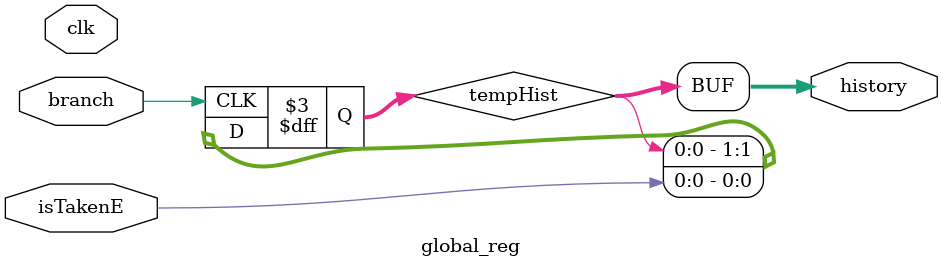
<source format=v>
module global_reg( input clk, isTakenE, branch,
	output [1:0] history);

reg [1:0] tempHist;
initial begin 
	tempHist = 2'b0;
end

//This is the shift reg for the global 2-level branch predictor. It is two bits long. The shift reg will be fed back to the datapath.
//It is updated at every branch instruction, and happens whether or not the branch is a hit or miss

assign history = tempHist;
always@(posedge branch) begin
	tempHist[1] = tempHist[0];
	tempHist[0] = isTakenE;
end
endmodule

</source>
